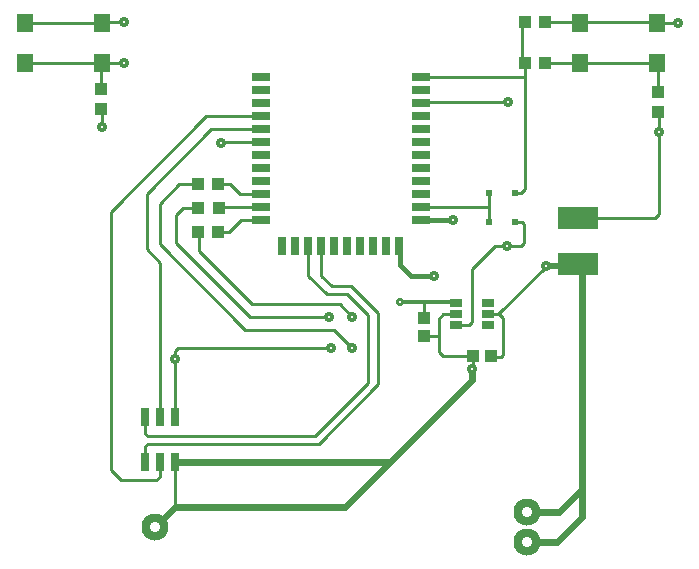
<source format=gbr>
G04 DipTrace 3.2.0.1*
G04 Íèæíèé.gbr*
%MOMM*%
G04 #@! TF.FileFunction,Copper,L2,Bot*
G04 #@! TF.Part,Single*
%AMOUTLINE0*
4,1,4,
0.37427,-0.75037,
-0.37577,-0.74963,
-0.37427,0.75037,
0.37577,0.74963,
0.37427,-0.75037,
0*%
%AMOUTLINE6*
4,1,4,
0.54997,-0.30007,
0.55003,0.29993,
-0.54997,0.30007,
-0.55003,-0.29993,
0.54997,-0.30007,
0*%
%ADD29C,0.9*%
%ADD30C,0.3*%
G04 #@! TA.AperFunction,Conductor*
%ADD10C,0.25*%
%ADD13C,0.4*%
%ADD14C,0.5*%
%ADD15C,0.6*%
%ADD16C,0.35*%
%ADD17R,1.1X1.0*%
%ADD18R,3.4X1.9*%
%ADD19R,1.0X1.1*%
%ADD20R,1.0X1.0*%
%ADD22R,0.6X0.6*%
%ADD24R,0.7X1.5*%
%ADD25R,1.5X0.7*%
%ADD26R,1.4X1.6*%
G04 #@! TA.AperFunction,ComponentPad*
%ADD27C,2.3*%
G04 #@! TA.AperFunction,ViaPad*
%ADD31C,0.7*%
%ADD55OUTLINE0*%
%ADD61OUTLINE6*%
%FSLAX35Y35*%
G04*
G71*
G90*
G75*
G01*
G04 Bottom*
%LPD*%
X-86657Y-132897D2*
D10*
X-1370953D1*
X-1400827Y-162770D1*
Y-720130D1*
X-1403863Y-723167D1*
X-1400560Y-230147D2*
Y-157480D1*
X-1375977Y-132897D1*
X-1370953D1*
X495000Y725000D2*
D13*
Y672040D1*
X499893Y667147D1*
Y569713D1*
X593560Y476047D1*
X784663D1*
X2851277Y2618227D2*
D10*
X2676773D1*
X2675000Y2620000D1*
X2025000D2*
Y2624613D1*
X2670387D1*
X2675000Y2620000D1*
X1726663Y2627430D2*
X2017570D1*
X2025000Y2620000D1*
X1732730Y559783D2*
D14*
X1988403D1*
D10*
X2007323Y578703D1*
X1244485Y151534D2*
X1334199D1*
X1337988D1*
X1374014Y115508D1*
Y-191152D1*
X1354229Y-210936D1*
X1279614D1*
X1274938Y-206260D1*
X1732730Y559783D2*
X1742449D1*
X1334199Y151534D1*
X-2024237Y1731510D2*
Y1887523D1*
X-2028057Y1891343D1*
X1575000Y-1523000D2*
D15*
X1848620D1*
X2040387Y-1331233D1*
Y545640D1*
X2007323Y578703D1*
X1575000Y-1777000D2*
X1832370D1*
X2040387Y-1568983D1*
Y-1331233D1*
X-100503Y125533D2*
D10*
X-768030D1*
X-1399247Y756750D1*
Y988483D1*
X-1336487Y1051243D1*
X-1206723D1*
X-1205800Y1050317D1*
X93320Y128610D2*
X-10713Y232643D1*
X-749620D1*
X-1201310Y684333D1*
Y839353D1*
X-1212340Y850383D1*
X-1207190Y1248663D2*
X-1370597D1*
X-1532333Y1086927D1*
Y742350D1*
X-810501Y20518D1*
X-58558D1*
X97543Y-135583D1*
X499207Y253860D2*
D16*
X700167D1*
X967198D1*
D10*
X974495Y246564D1*
X700167Y121675D2*
Y253860D1*
X974485Y151564D2*
X867885D1*
X830293Y113972D1*
Y-38325D1*
Y-173406D1*
X863147Y-206260D1*
X1114938D1*
Y-309602D1*
X1112181Y-312360D1*
X2694753Y1696930D2*
Y1692430D1*
X2689833Y1687510D1*
Y1861797D1*
X2686620Y1858583D1*
X675000Y950000D2*
D13*
X949937Y949520D1*
D10*
D3*
X2694753Y1696930D2*
Y1002137D1*
X2658477Y965860D1*
X2010167D1*
X2007323Y968703D1*
X-1404237Y-1100167D2*
D15*
X416115D1*
X1112181Y-404101D1*
Y-312360D1*
X-1838977Y2621703D2*
D10*
X-2023297D1*
X-2025000Y2620000D1*
X-2675000D1*
X-1404237Y-1100167D2*
Y-1479237D1*
D15*
X-1575000Y-1650000D1*
X-1404237Y-1479237D2*
X37045D1*
X416115Y-1100167D1*
X700167Y-38325D2*
D10*
X830293D1*
X-275000Y725000D2*
Y475157D1*
X-117777Y317933D1*
X53690D1*
X231750Y139873D1*
Y-430580D1*
X-222287Y-884617D1*
X-1633357D1*
X-1657867Y-860107D1*
Y-722917D1*
X974471Y56564D2*
X1080954D1*
X1106924Y82534D1*
Y533270D1*
X1304983Y731330D1*
X1408660D1*
X1529017D1*
X1553463Y755777D1*
Y916493D1*
X1535213Y934743D1*
X1473120D1*
X1408660Y727230D2*
Y731330D1*
X675000Y1940000D2*
X695227D1*
X703917Y1948690D1*
X1412980D1*
X1414353Y1950063D1*
X1250250Y1177883D2*
Y1057560D1*
Y934743D1*
X1253120D1*
X675000Y1060000D2*
X1079000Y1057560D1*
X1250250D1*
X2025000Y2280000D2*
X2675000D1*
X2686620Y2028583D2*
Y2014873D1*
X2683547Y2011800D1*
Y2271453D1*
X2675000Y2280000D1*
X1725087Y2278637D2*
X2023637D1*
X2025000Y2280000D1*
X-675000Y1060000D2*
X-1026117D1*
X-1035800Y1050317D1*
X675000Y2160000D2*
X1555087D1*
Y2278637D1*
X1556663Y2627430D2*
X1550217D1*
X1537733Y2614943D1*
Y2295993D1*
X1555087Y2278637D1*
X1470250Y1177883D2*
X1522093D1*
X1556583Y1212373D1*
Y2277143D1*
X1555087Y2278637D1*
X-675000Y950000D2*
X-843400D1*
X-943017Y850383D1*
X-1042340D1*
X-675000Y1170000D2*
X-853110D1*
X-937600Y1254490D1*
X-1031363D1*
X-1037190Y1248663D1*
X-165000Y725000D2*
Y477267D1*
X-78207Y390473D1*
X86667D1*
X317483Y159657D1*
Y-443770D1*
X-183317Y-944570D1*
X-1633357D1*
X-1658237Y-969450D1*
Y-1099917D1*
X-1530867Y-723043D2*
Y586063D1*
X-1644130Y699327D1*
Y1170013D1*
X-1099760Y1714383D1*
X-680617D1*
X-675000Y1720000D1*
X-1531233Y-1100040D2*
Y-1223967D1*
X-1562503Y-1255237D1*
X-1859543D1*
X-1949943Y-1164833D1*
Y1013327D1*
X-1137773Y1825497D1*
X-670497D1*
X-675000Y1830000D1*
X-2028057Y2061343D2*
Y2276943D1*
X-2025000Y2280000D1*
X-675000Y1610000D2*
X-1004550D1*
X-1011493Y1603057D1*
X-1838977Y2278773D2*
X-2023773D1*
X-2025000Y2280000D2*
X-2675000D1*
D29*
X784663Y476047D3*
D3*
X97543Y-135583D3*
X-86657Y-132897D3*
X-100503Y125533D3*
X93320Y128610D3*
X1414353Y1950063D3*
D31*
X499207Y253860D3*
D29*
X1408660Y727230D3*
X949937Y949520D3*
X1112181Y-312360D3*
X2851277Y2618227D3*
X1732730Y559783D3*
X2694753Y1696930D3*
X-1400560Y-230147D3*
X-2024237Y1731510D3*
X-1011493Y1603057D3*
X-1838977Y2621703D3*
Y2278773D3*
D17*
X1556663Y2627430D3*
X1726663D3*
D18*
X2007323Y578703D3*
Y968703D3*
D19*
X-2028057Y2061343D3*
Y1891343D3*
D20*
X1274938Y-206260D3*
X1114938D3*
D22*
X1250250Y1177883D3*
X1470250D3*
X1253120Y934743D3*
X1473120D3*
D55*
X-1403863Y-723167D3*
X-1530867Y-723043D3*
X-1657867Y-722917D3*
X-1404237Y-1100167D3*
X-1531233Y-1100040D3*
X-1658237Y-1099917D3*
D17*
X1555087Y2278637D3*
X1725087D3*
D19*
X2686620Y2028583D3*
Y1858583D3*
D17*
X-1207190Y1248663D3*
X-1037190D3*
X-1205800Y1050317D3*
X-1035800D3*
X-1212340Y850383D3*
X-1042340D3*
D24*
X495000Y725000D3*
X385000D3*
X275000D3*
X165000D3*
X55000D3*
X-60000D3*
X-165000D3*
X-275000D3*
X-385000D3*
X-495000D3*
D25*
X-675000Y950000D3*
Y1060000D3*
Y1170000D3*
Y1280000D3*
Y1390000D3*
Y1500000D3*
Y1610000D3*
Y1720000D3*
Y1830000D3*
Y1940000D3*
Y2050000D3*
Y2160000D3*
X675000Y950000D3*
Y1060000D3*
Y1170000D3*
Y1280000D3*
Y1390000D3*
Y1500000D3*
Y1610000D3*
Y1720000D3*
Y1830000D3*
Y1940000D3*
Y2050000D3*
Y2160000D3*
D26*
X-2675000Y2620000D3*
Y2280000D3*
X-2025000D3*
Y2620000D3*
X2025000D3*
Y2280000D3*
X2675000D3*
Y2620000D3*
D27*
X-1575000Y-1650000D3*
X1575000Y-1523000D3*
Y-1777000D3*
D61*
X974471Y56564D3*
X974485Y151564D3*
X974495Y246564D3*
X1244495Y246534D3*
X1244485Y151534D3*
X1244471Y56534D3*
D20*
X700167Y121675D3*
Y-38325D3*
G04 Bottom Clear*
%LPC*%
D30*
X784663Y476047D3*
D3*
X97543Y-135583D3*
X-86657Y-132897D3*
X-100503Y125533D3*
X93320Y128610D3*
X1414353Y1950063D3*
X499207Y253860D3*
X1408660Y727230D3*
X949937Y949520D3*
X1112181Y-312360D3*
X2851277Y2618227D3*
X1732730Y559783D3*
X2694753Y1696930D3*
X-1400560Y-230147D3*
X-2024237Y1731510D3*
X-1011493Y1603057D3*
X-1838977Y2621703D3*
Y2278773D3*
D29*
X-1575000Y-1650000D3*
X1575000Y-1523000D3*
Y-1777000D3*
M02*

</source>
